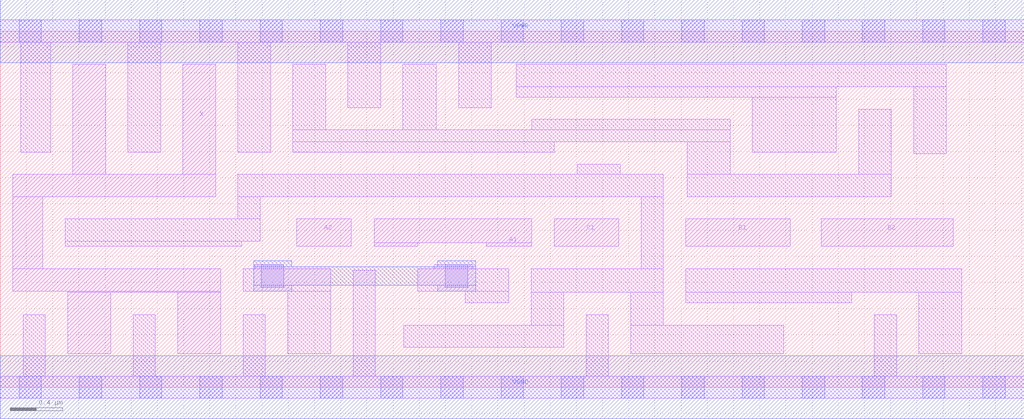
<source format=lef>
# Copyright 2020 The SkyWater PDK Authors
#
# Licensed under the Apache License, Version 2.0 (the "License");
# you may not use this file except in compliance with the License.
# You may obtain a copy of the License at
#
#     https://www.apache.org/licenses/LICENSE-2.0
#
# Unless required by applicable law or agreed to in writing, software
# distributed under the License is distributed on an "AS IS" BASIS,
# WITHOUT WARRANTIES OR CONDITIONS OF ANY KIND, either express or implied.
# See the License for the specific language governing permissions and
# limitations under the License.
#
# SPDX-License-Identifier: Apache-2.0

VERSION 5.7 ;
  NOWIREEXTENSIONATPIN ON ;
  DIVIDERCHAR "/" ;
  BUSBITCHARS "[]" ;
UNITS
  DATABASE MICRONS 200 ;
END UNITS
MACRO sky130_fd_sc_hd__a221o_4
  CLASS CORE ;
  FOREIGN sky130_fd_sc_hd__a221o_4 ;
  ORIGIN  0.000000  0.000000 ;
  SIZE  7.820000 BY  2.720000 ;
  SYMMETRY X Y R90 ;
  SITE unithd ;
  PIN A1
    ANTENNAGATEAREA  0.495000 ;
    DIRECTION INPUT ;
    USE SIGNAL ;
    PORT
      LAYER li1 ;
        RECT 2.855000 1.075000 3.190000 1.105000 ;
        RECT 2.855000 1.105000 4.060000 1.285000 ;
        RECT 3.710000 1.075000 4.060000 1.105000 ;
    END
  END A1
  PIN A2
    ANTENNAGATEAREA  0.495000 ;
    DIRECTION INPUT ;
    USE SIGNAL ;
    PORT
      LAYER li1 ;
        RECT 2.265000 1.075000 2.680000 1.285000 ;
    END
  END A2
  PIN B1
    ANTENNAGATEAREA  0.495000 ;
    DIRECTION INPUT ;
    USE SIGNAL ;
    PORT
      LAYER li1 ;
        RECT 5.235000 1.075000 6.035000 1.285000 ;
    END
  END B1
  PIN B2
    ANTENNAGATEAREA  0.495000 ;
    DIRECTION INPUT ;
    USE SIGNAL ;
    PORT
      LAYER li1 ;
        RECT 6.270000 1.075000 7.280000 1.285000 ;
    END
  END B2
  PIN C1
    ANTENNAGATEAREA  0.495000 ;
    DIRECTION INPUT ;
    USE SIGNAL ;
    PORT
      LAYER li1 ;
        RECT 4.230000 1.075000 4.725000 1.285000 ;
    END
  END C1
  PIN X
    ANTENNADIFFAREA  0.891000 ;
    DIRECTION OUTPUT ;
    USE SIGNAL ;
    PORT
      LAYER li1 ;
        RECT 0.095000 0.735000 1.685000 0.905000 ;
        RECT 0.095000 0.905000 0.325000 1.455000 ;
        RECT 0.095000 1.455000 1.645000 1.625000 ;
        RECT 0.515000 0.255000 0.845000 0.725000 ;
        RECT 0.515000 0.725000 1.685000 0.735000 ;
        RECT 0.555000 1.625000 0.805000 2.465000 ;
        RECT 1.355000 0.255000 1.685000 0.725000 ;
        RECT 1.395000 1.625000 1.645000 2.465000 ;
    END
  END X
  PIN VGND
    DIRECTION INOUT ;
    SHAPE ABUTMENT ;
    USE GROUND ;
    PORT
      LAYER met1 ;
        RECT 0.000000 -0.240000 7.820000 0.240000 ;
    END
  END VGND
  PIN VPWR
    DIRECTION INOUT ;
    SHAPE ABUTMENT ;
    USE POWER ;
    PORT
      LAYER met1 ;
        RECT 0.000000 2.480000 7.820000 2.960000 ;
    END
  END VPWR
  OBS
    LAYER li1 ;
      RECT 0.000000 -0.085000 7.820000 0.085000 ;
      RECT 0.000000  2.635000 7.820000 2.805000 ;
      RECT 0.155000  1.795000 0.385000 2.635000 ;
      RECT 0.175000  0.085000 0.345000 0.555000 ;
      RECT 0.495000  1.075000 1.845000 1.115000 ;
      RECT 0.495000  1.115000 1.985000 1.285000 ;
      RECT 0.975000  1.795000 1.225000 2.635000 ;
      RECT 1.015000  0.085000 1.185000 0.555000 ;
      RECT 1.815000  1.285000 1.985000 1.455000 ;
      RECT 1.815000  1.455000 5.065000 1.625000 ;
      RECT 1.815000  1.795000 2.065000 2.635000 ;
      RECT 1.855000  0.085000 2.025000 0.555000 ;
      RECT 1.855000  0.735000 2.525000 0.905000 ;
      RECT 1.945000  0.905000 2.165000 0.935000 ;
      RECT 2.195000  0.255000 2.525000 0.735000 ;
      RECT 2.235000  1.795000 4.230000 1.875000 ;
      RECT 2.235000  1.875000 5.575000 1.965000 ;
      RECT 2.235000  1.965000 2.485000 2.465000 ;
      RECT 2.655000  2.135000 2.905000 2.635000 ;
      RECT 2.695000  0.085000 2.865000 0.895000 ;
      RECT 3.075000  1.965000 3.330000 2.465000 ;
      RECT 3.080000  0.305000 4.305000 0.475000 ;
      RECT 3.190000  0.735000 3.885000 0.905000 ;
      RECT 3.315000  0.905000 3.610000 0.935000 ;
      RECT 3.500000  2.135000 3.750000 2.635000 ;
      RECT 3.550000  0.645000 3.885000 0.735000 ;
      RECT 3.940000  2.215000 6.385000 2.295000 ;
      RECT 3.940000  2.295000 7.225000 2.465000 ;
      RECT 4.055000  0.475000 4.305000 0.725000 ;
      RECT 4.055000  0.725000 5.065000 0.905000 ;
      RECT 4.060000  1.965000 5.575000 2.045000 ;
      RECT 4.405000  1.625000 4.735000 1.705000 ;
      RECT 4.475000  0.085000 4.645000 0.555000 ;
      RECT 4.815000  0.255000 5.985000 0.475000 ;
      RECT 4.815000  0.475000 5.065000 0.725000 ;
      RECT 4.895000  0.905000 5.065000 1.455000 ;
      RECT 5.235000  0.645000 6.505000 0.725000 ;
      RECT 5.235000  0.725000 7.345000 0.905000 ;
      RECT 5.245000  1.455000 6.805000 1.625000 ;
      RECT 5.245000  1.625000 5.575000 1.875000 ;
      RECT 5.745000  1.795000 6.385000 2.215000 ;
      RECT 6.555000  1.625000 6.805000 2.125000 ;
      RECT 6.675000  0.085000 6.845000 0.555000 ;
      RECT 6.975000  1.785000 7.225000 2.295000 ;
      RECT 7.015000  0.255000 7.345000 0.725000 ;
    LAYER mcon ;
      RECT 0.145000 -0.085000 0.315000 0.085000 ;
      RECT 0.145000  2.635000 0.315000 2.805000 ;
      RECT 0.605000 -0.085000 0.775000 0.085000 ;
      RECT 0.605000  2.635000 0.775000 2.805000 ;
      RECT 1.065000 -0.085000 1.235000 0.085000 ;
      RECT 1.065000  2.635000 1.235000 2.805000 ;
      RECT 1.525000 -0.085000 1.695000 0.085000 ;
      RECT 1.525000  2.635000 1.695000 2.805000 ;
      RECT 1.985000 -0.085000 2.155000 0.085000 ;
      RECT 1.985000  2.635000 2.155000 2.805000 ;
      RECT 1.995000  0.765000 2.165000 0.935000 ;
      RECT 2.445000 -0.085000 2.615000 0.085000 ;
      RECT 2.445000  2.635000 2.615000 2.805000 ;
      RECT 2.905000 -0.085000 3.075000 0.085000 ;
      RECT 2.905000  2.635000 3.075000 2.805000 ;
      RECT 3.365000 -0.085000 3.535000 0.085000 ;
      RECT 3.365000  2.635000 3.535000 2.805000 ;
      RECT 3.400000  0.765000 3.570000 0.935000 ;
      RECT 3.825000 -0.085000 3.995000 0.085000 ;
      RECT 3.825000  2.635000 3.995000 2.805000 ;
      RECT 4.285000 -0.085000 4.455000 0.085000 ;
      RECT 4.285000  2.635000 4.455000 2.805000 ;
      RECT 4.745000 -0.085000 4.915000 0.085000 ;
      RECT 4.745000  2.635000 4.915000 2.805000 ;
      RECT 5.205000 -0.085000 5.375000 0.085000 ;
      RECT 5.205000  2.635000 5.375000 2.805000 ;
      RECT 5.665000 -0.085000 5.835000 0.085000 ;
      RECT 5.665000  2.635000 5.835000 2.805000 ;
      RECT 6.125000 -0.085000 6.295000 0.085000 ;
      RECT 6.125000  2.635000 6.295000 2.805000 ;
      RECT 6.585000 -0.085000 6.755000 0.085000 ;
      RECT 6.585000  2.635000 6.755000 2.805000 ;
      RECT 7.045000 -0.085000 7.215000 0.085000 ;
      RECT 7.045000  2.635000 7.215000 2.805000 ;
      RECT 7.505000 -0.085000 7.675000 0.085000 ;
      RECT 7.505000  2.635000 7.675000 2.805000 ;
    LAYER met1 ;
      RECT 1.935000 0.735000 2.225000 0.780000 ;
      RECT 1.935000 0.780000 3.630000 0.920000 ;
      RECT 1.935000 0.920000 2.225000 0.965000 ;
      RECT 3.340000 0.735000 3.630000 0.780000 ;
      RECT 3.340000 0.920000 3.630000 0.965000 ;
  END
END sky130_fd_sc_hd__a221o_4
END LIBRARY

</source>
